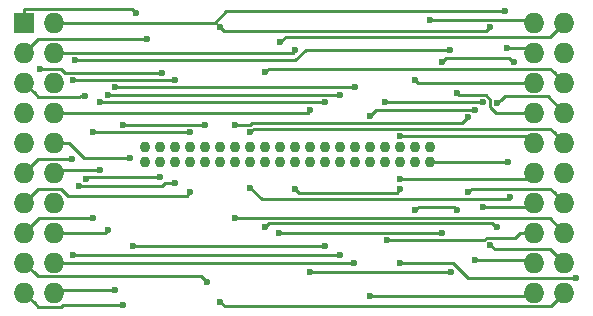
<source format=gbl>
G04 #@! TF.FileFunction,Copper,L2,Bot,Signal*
%FSLAX46Y46*%
G04 Gerber Fmt 4.6, Leading zero omitted, Abs format (unit mm)*
G04 Created by KiCad (PCBNEW 4.0.2-stable) date Thu May 19 22:00:52 2016*
%MOMM*%
G01*
G04 APERTURE LIST*
%ADD10C,0.100000*%
%ADD11C,0.925000*%
%ADD12R,1.727200X1.727200*%
%ADD13O,1.727200X1.727200*%
%ADD14C,0.600000*%
%ADD15C,0.250000*%
G04 APERTURE END LIST*
D10*
D11*
X135890000Y-105410000D03*
X135890000Y-104140000D03*
X137160000Y-105410000D03*
X137160000Y-104140000D03*
X138430000Y-105410000D03*
X138430000Y-104140000D03*
X139700000Y-105410000D03*
X139700000Y-104140000D03*
X140970000Y-105410000D03*
X140970000Y-104140000D03*
X142240000Y-105410000D03*
X142240000Y-104140000D03*
X143510000Y-105410000D03*
X143510000Y-104140000D03*
X144780000Y-105410000D03*
X144780000Y-104140000D03*
X146050000Y-105410000D03*
X146050000Y-104140000D03*
X147320000Y-105410000D03*
X147320000Y-104140000D03*
X148590000Y-105410000D03*
X148590000Y-104140000D03*
X149860000Y-105410000D03*
X149860000Y-104140000D03*
X151130000Y-105410000D03*
X151130000Y-104140000D03*
X152400000Y-105410000D03*
X152400000Y-104140000D03*
X153670000Y-105410000D03*
X153670000Y-104140000D03*
X154940000Y-105410000D03*
X154940000Y-104140000D03*
X156210000Y-105410000D03*
X156210000Y-104140000D03*
X157480000Y-105410000D03*
X157480000Y-104140000D03*
X158750000Y-105410000D03*
X158750000Y-104140000D03*
X160020000Y-105410000D03*
X160020000Y-104140000D03*
D12*
X125641100Y-93573600D03*
D13*
X128181100Y-93573600D03*
X125641100Y-96113600D03*
X128181100Y-96113600D03*
X125641100Y-98653600D03*
X128181100Y-98653600D03*
X125641100Y-101193600D03*
X128181100Y-101193600D03*
X125641100Y-103733600D03*
X128181100Y-103733600D03*
X125641100Y-106273600D03*
X128181100Y-106273600D03*
X125641100Y-108813600D03*
X128181100Y-108813600D03*
X125641100Y-111353600D03*
X128181100Y-111353600D03*
X125641100Y-113893600D03*
X128181100Y-113893600D03*
X125641100Y-116433600D03*
X128181100Y-116433600D03*
X168821100Y-93573600D03*
X171361100Y-93573600D03*
X168821100Y-96113600D03*
X171361100Y-96113600D03*
X168821100Y-98653600D03*
X171361100Y-98653600D03*
X168821100Y-101193600D03*
X171361100Y-101193600D03*
X168821100Y-103733600D03*
X171361100Y-103733600D03*
X168821100Y-106273600D03*
X171361100Y-106273600D03*
X168821100Y-108813600D03*
X171361100Y-108813600D03*
X168821100Y-111353600D03*
X171361100Y-111353600D03*
X168821100Y-113893600D03*
X171361100Y-113893600D03*
X168821100Y-116433600D03*
X171361100Y-116433600D03*
D14*
X135102499Y-92735501D03*
X136017000Y-94996000D03*
X130810000Y-99822000D03*
X130819990Y-106807000D03*
X137160000Y-106680000D03*
X126944001Y-97464999D03*
X137287000Y-97799990D03*
X130302000Y-107442000D03*
X138430000Y-107188000D03*
X129667000Y-105156000D03*
X129794000Y-98425000D03*
X138430000Y-98434990D03*
X139700000Y-107950000D03*
X131445000Y-110109000D03*
X131454990Y-102870000D03*
X139700000Y-102860010D03*
X141097000Y-115570000D03*
X133985000Y-117475000D03*
X133985000Y-102235000D03*
X140970000Y-102235000D03*
X142240000Y-117221000D03*
X165100000Y-112395000D03*
X165100000Y-93980000D03*
X142240000Y-93980000D03*
X143510000Y-110109000D03*
X163195000Y-107950000D03*
X163195000Y-101600000D03*
X143510000Y-102235000D03*
X166751000Y-108331000D03*
X144780000Y-107569000D03*
X144780000Y-102870000D03*
X165695010Y-100417010D03*
X165695010Y-110871000D03*
X146050000Y-110871000D03*
X146050000Y-110871000D03*
X146050000Y-97790000D03*
X167132000Y-96869989D03*
X161036000Y-96869989D03*
X161036000Y-111379000D03*
X147193000Y-111379000D03*
X147320000Y-95250000D03*
X148590000Y-107696000D03*
X157480000Y-107696000D03*
X157480000Y-113919000D03*
X172339000Y-115189000D03*
X166370000Y-92583000D03*
X148590000Y-95885000D03*
X129921000Y-96774000D03*
X161671000Y-95885000D03*
X161798000Y-114681000D03*
X149860000Y-114681000D03*
X149860000Y-100965000D03*
X134580010Y-105029000D03*
X134874000Y-112522000D03*
X151130000Y-112522000D03*
X132080000Y-106045000D03*
X132080000Y-100330000D03*
X151130000Y-100330000D03*
X129794000Y-113284000D03*
X152400000Y-113284000D03*
X132715000Y-111125000D03*
X132715000Y-99695000D03*
X152400000Y-99695000D03*
X153568400Y-113893600D03*
X133350000Y-116205000D03*
X133350000Y-99060000D03*
X153670000Y-99060000D03*
X154940000Y-116713000D03*
X163830000Y-113665000D03*
X163830000Y-100965000D03*
X154940000Y-101469979D03*
X156337000Y-112014000D03*
X164465000Y-109220000D03*
X164465000Y-100330000D03*
X156210000Y-100330000D03*
X157480000Y-106807000D03*
X157480000Y-103170009D03*
X162306000Y-99568000D03*
X162306000Y-109474000D03*
X158750000Y-109474000D03*
X158750000Y-98425000D03*
X166497000Y-95758000D03*
X166624000Y-105410000D03*
X160020000Y-93345000D03*
D15*
X135102499Y-92735501D02*
X134751997Y-92384999D01*
X134751997Y-92384999D02*
X125716101Y-92384999D01*
X125716101Y-92384999D02*
X125641100Y-92460000D01*
X125641100Y-92460000D02*
X125641100Y-93573600D01*
X136017000Y-94996000D02*
X128822630Y-94996000D01*
X128822630Y-94996000D02*
X128751629Y-94924999D01*
X128751629Y-94924999D02*
X126829701Y-94924999D01*
X126829701Y-94924999D02*
X126504699Y-95250001D01*
X126504699Y-95250001D02*
X125641100Y-96113600D01*
X130810000Y-99822000D02*
X130385736Y-99822000D01*
X130385736Y-99822000D02*
X130365535Y-99842201D01*
X130365535Y-99842201D02*
X126829701Y-99842201D01*
X126829701Y-99842201D02*
X126504699Y-99517199D01*
X126504699Y-99517199D02*
X125641100Y-98653600D01*
X131064000Y-106680000D02*
X130937000Y-106807000D01*
X130937000Y-106807000D02*
X130819990Y-106807000D01*
X137160000Y-106680000D02*
X131064000Y-106680000D01*
X137287000Y-97799990D02*
X129086620Y-97799990D01*
X129086620Y-97799990D02*
X128751629Y-97464999D01*
X128751629Y-97464999D02*
X126944001Y-97464999D01*
X137323002Y-107442000D02*
X130302000Y-107442000D01*
X138430000Y-107188000D02*
X137577002Y-107188000D01*
X137577002Y-107188000D02*
X137323002Y-107442000D01*
X129667000Y-105156000D02*
X128822630Y-105156000D01*
X128751629Y-105084999D02*
X126829701Y-105084999D01*
X128822630Y-105156000D02*
X128751629Y-105084999D01*
X126829701Y-105084999D02*
X126504699Y-105410001D01*
X126504699Y-105410001D02*
X125641100Y-106273600D01*
X137995746Y-98425000D02*
X129794000Y-98425000D01*
X138430000Y-98434990D02*
X138005736Y-98434990D01*
X138005736Y-98434990D02*
X137995746Y-98425000D01*
X139700000Y-107950000D02*
X139400001Y-108249999D01*
X129332229Y-108249999D02*
X128737229Y-107654999D01*
X139400001Y-108249999D02*
X129332229Y-108249999D01*
X128737229Y-107654999D02*
X126799701Y-107654999D01*
X126799701Y-107654999D02*
X126504699Y-107950001D01*
X126504699Y-107950001D02*
X125641100Y-108813600D01*
X131445000Y-110109000D02*
X126885700Y-110109000D01*
X126885700Y-110109000D02*
X125641100Y-111353600D01*
X131806020Y-102870000D02*
X131454990Y-102870000D01*
X131816010Y-102860010D02*
X131806020Y-102870000D01*
X139700000Y-102860010D02*
X131816010Y-102860010D01*
X141097000Y-115570000D02*
X140579201Y-115052201D01*
X140579201Y-115052201D02*
X126799701Y-115052201D01*
X126799701Y-115052201D02*
X126504699Y-114757199D01*
X126504699Y-114757199D02*
X125641100Y-113893600D01*
X133985000Y-117475000D02*
X128898830Y-117475000D01*
X128898830Y-117475000D02*
X128751629Y-117622201D01*
X128751629Y-117622201D02*
X126829701Y-117622201D01*
X126829701Y-117622201D02*
X126504699Y-117297199D01*
X126504699Y-117297199D02*
X125641100Y-116433600D01*
X140970000Y-102235000D02*
X133985000Y-102235000D01*
X142240000Y-117221000D02*
X142611201Y-117592201D01*
X142611201Y-117592201D02*
X170202499Y-117592201D01*
X170202499Y-117592201D02*
X170497501Y-117297199D01*
X170497501Y-117297199D02*
X171361100Y-116433600D01*
X171361100Y-113893600D02*
X170172499Y-112704999D01*
X170172499Y-112704999D02*
X165409999Y-112704999D01*
X165409999Y-112704999D02*
X165399999Y-112694999D01*
X165399999Y-112694999D02*
X165100000Y-112395000D01*
X164767809Y-94312191D02*
X165100000Y-93980000D01*
X142240000Y-93980000D02*
X142572191Y-94312191D01*
X142572191Y-94312191D02*
X164767809Y-94312191D01*
X143510000Y-110109000D02*
X170116500Y-110109000D01*
X170116500Y-110109000D02*
X171361100Y-111353600D01*
X163195000Y-107950000D02*
X163520001Y-107624999D01*
X163520001Y-107624999D02*
X170172499Y-107624999D01*
X170172499Y-107624999D02*
X170497501Y-107950001D01*
X170497501Y-107950001D02*
X171361100Y-108813600D01*
X162700011Y-102094989D02*
X163195000Y-101600000D01*
X143510000Y-102235000D02*
X144778590Y-102235000D01*
X144778590Y-102235000D02*
X144918601Y-102094989D01*
X144918601Y-102094989D02*
X162700011Y-102094989D01*
X166663999Y-108545001D02*
X166751000Y-108458000D01*
X166751000Y-108458000D02*
X166751000Y-108331000D01*
X144780000Y-107569000D02*
X145756001Y-108545001D01*
X145756001Y-108545001D02*
X166663999Y-108545001D01*
X144780000Y-102870000D02*
X145105001Y-102544999D01*
X170172499Y-102544999D02*
X170497501Y-102870001D01*
X145105001Y-102544999D02*
X170172499Y-102544999D01*
X170497501Y-102870001D02*
X171361100Y-103733600D01*
X171361100Y-101193600D02*
X169979701Y-99812201D01*
X169979701Y-99812201D02*
X166299819Y-99812201D01*
X166299819Y-99812201D02*
X165995009Y-100117011D01*
X165995009Y-100117011D02*
X165695010Y-100417010D01*
X165266010Y-110529010D02*
X165608000Y-110871000D01*
X165608000Y-110871000D02*
X165695010Y-110871000D01*
X146050000Y-110871000D02*
X146391990Y-110529010D01*
X146391990Y-110529010D02*
X165266010Y-110529010D01*
X146050000Y-97790000D02*
X146375001Y-97464999D01*
X146375001Y-97464999D02*
X170172499Y-97464999D01*
X170172499Y-97464999D02*
X170497501Y-97790001D01*
X170497501Y-97790001D02*
X171361100Y-98653600D01*
X166673990Y-96569990D02*
X166973989Y-96869989D01*
X166973989Y-96869989D02*
X167132000Y-96869989D01*
X161036000Y-96869989D02*
X161335999Y-96569990D01*
X161335999Y-96569990D02*
X166673990Y-96569990D01*
X160782000Y-111379000D02*
X161036000Y-111379000D01*
X147193000Y-111379000D02*
X160782000Y-111379000D01*
X147320000Y-95250000D02*
X147807799Y-94762201D01*
X147807799Y-94762201D02*
X170172499Y-94762201D01*
X170172499Y-94762201D02*
X170497501Y-94437199D01*
X170497501Y-94437199D02*
X171361100Y-93573600D01*
X148889999Y-107995999D02*
X148590000Y-107696000D01*
X157480000Y-107696000D02*
X157180001Y-107995999D01*
X157180001Y-107995999D02*
X148889999Y-107995999D01*
X172339000Y-115189000D02*
X163186602Y-115189000D01*
X163186602Y-115189000D02*
X161916602Y-113919000D01*
X161916602Y-113919000D02*
X157480000Y-113919000D01*
X142756398Y-92583000D02*
X166370000Y-92583000D01*
X128181100Y-93573600D02*
X141765798Y-93573600D01*
X141765798Y-93573600D02*
X142756398Y-92583000D01*
X128181100Y-96113600D02*
X148361400Y-96113600D01*
X148361400Y-96113600D02*
X148590000Y-95885000D01*
X148581602Y-96774000D02*
X129921000Y-96774000D01*
X161671000Y-95885000D02*
X149470602Y-95885000D01*
X149470602Y-95885000D02*
X148581602Y-96774000D01*
X149860000Y-114681000D02*
X161798000Y-114681000D01*
X128181100Y-101193600D02*
X149631400Y-101193600D01*
X149631400Y-101193600D02*
X149860000Y-100965000D01*
X130683000Y-105029000D02*
X130683000Y-105014186D01*
X130683000Y-105014186D02*
X129402414Y-103733600D01*
X129402414Y-103733600D02*
X128181100Y-103733600D01*
X134580010Y-105029000D02*
X130683000Y-105029000D01*
X151130000Y-112522000D02*
X134874000Y-112522000D01*
X132080000Y-106045000D02*
X128409700Y-106045000D01*
X128409700Y-106045000D02*
X128181100Y-106273600D01*
X151130000Y-100330000D02*
X132080000Y-100330000D01*
X152400000Y-113284000D02*
X129794000Y-113284000D01*
X128181100Y-111353600D02*
X132486400Y-111353600D01*
X132486400Y-111353600D02*
X132715000Y-111125000D01*
X152400000Y-99695000D02*
X132715000Y-99695000D01*
X128181100Y-113893600D02*
X153568400Y-113893600D01*
X152690002Y-99060000D02*
X153670000Y-99060000D01*
X133350000Y-116205000D02*
X128409700Y-116205000D01*
X128409700Y-116205000D02*
X128181100Y-116433600D01*
X152690002Y-99060000D02*
X133350000Y-99060000D01*
X154940000Y-116713000D02*
X168541700Y-116713000D01*
X168541700Y-116713000D02*
X168821100Y-116433600D01*
X163830000Y-113665000D02*
X168592500Y-113665000D01*
X168592500Y-113665000D02*
X168821100Y-113893600D01*
X155444979Y-100965000D02*
X163830000Y-100965000D01*
X154940000Y-101469979D02*
X155444979Y-100965000D01*
X156337000Y-112014000D02*
X164592000Y-112014000D01*
X164592000Y-112014000D02*
X164806001Y-111799999D01*
X164806001Y-111799999D02*
X167153387Y-111799999D01*
X167153387Y-111799999D02*
X167599786Y-111353600D01*
X167599786Y-111353600D02*
X168821100Y-111353600D01*
X164465000Y-109220000D02*
X168414700Y-109220000D01*
X168414700Y-109220000D02*
X168821100Y-108813600D01*
X156210000Y-100330000D02*
X164465000Y-100330000D01*
X157480000Y-106807000D02*
X168287700Y-106807000D01*
X168287700Y-106807000D02*
X168821100Y-106273600D01*
X157480000Y-103170009D02*
X168257509Y-103170009D01*
X168257509Y-103170009D02*
X168821100Y-103733600D01*
X162306000Y-99568000D02*
X162472999Y-99734999D01*
X162472999Y-99734999D02*
X164750601Y-99734999D01*
X164750601Y-99734999D02*
X165100009Y-100084407D01*
X167599786Y-101193600D02*
X168821100Y-101193600D01*
X165100009Y-100084407D02*
X165100009Y-100702611D01*
X165100009Y-100702611D02*
X165590998Y-101193600D01*
X165590998Y-101193600D02*
X167599786Y-101193600D01*
X162006001Y-109174001D02*
X162306000Y-109474000D01*
X158750000Y-109474000D02*
X159049999Y-109174001D01*
X159049999Y-109174001D02*
X162006001Y-109174001D01*
X168821100Y-98653600D02*
X158978600Y-98653600D01*
X158978600Y-98653600D02*
X158750000Y-98425000D01*
X166497000Y-95758000D02*
X168465500Y-95758000D01*
X168465500Y-95758000D02*
X168821100Y-96113600D01*
X160020000Y-105410000D02*
X166624000Y-105410000D01*
X160020000Y-93345000D02*
X168592500Y-93345000D01*
X168592500Y-93345000D02*
X168821100Y-93573600D01*
M02*

</source>
